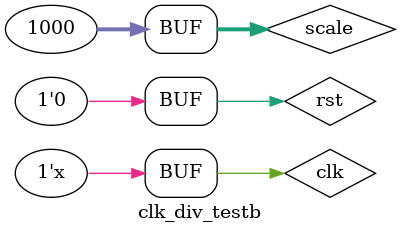
<source format=v>
`timescale 1ns / 1ps


module clk_div_testb(

    );
     // Make a register for the clock you're going to generate and the reset.
     reg clk = 0,rst = 0;
     wire [4:0] led;

     // Generally, you make registers for inputs because you usually want to
     // make procedural changes to them to see how the output is affected. In
     // this case, we could get away with using wires if we also made appropriate
     // changes to the assignments so they were continuous assignments instead
     // of procedural assignments.
     reg [31:0] scale = 1000;
     // Make a wire for your output.
     wire out;

     // Instantiate the module we're testbenching.
     clk_div test(
          .clk(clk),
          .reset(rst),
          .scale(scale),
          .clk_out(out),
          .led(led)
          );

     // Initialize the clock and reset to 0.
  //   initial begin
 //         clk = 0;
  //        rst = 0;
  //   end

     // Clock is 100 MHz
     always #5 clk = !clk;

endmodule
</source>
